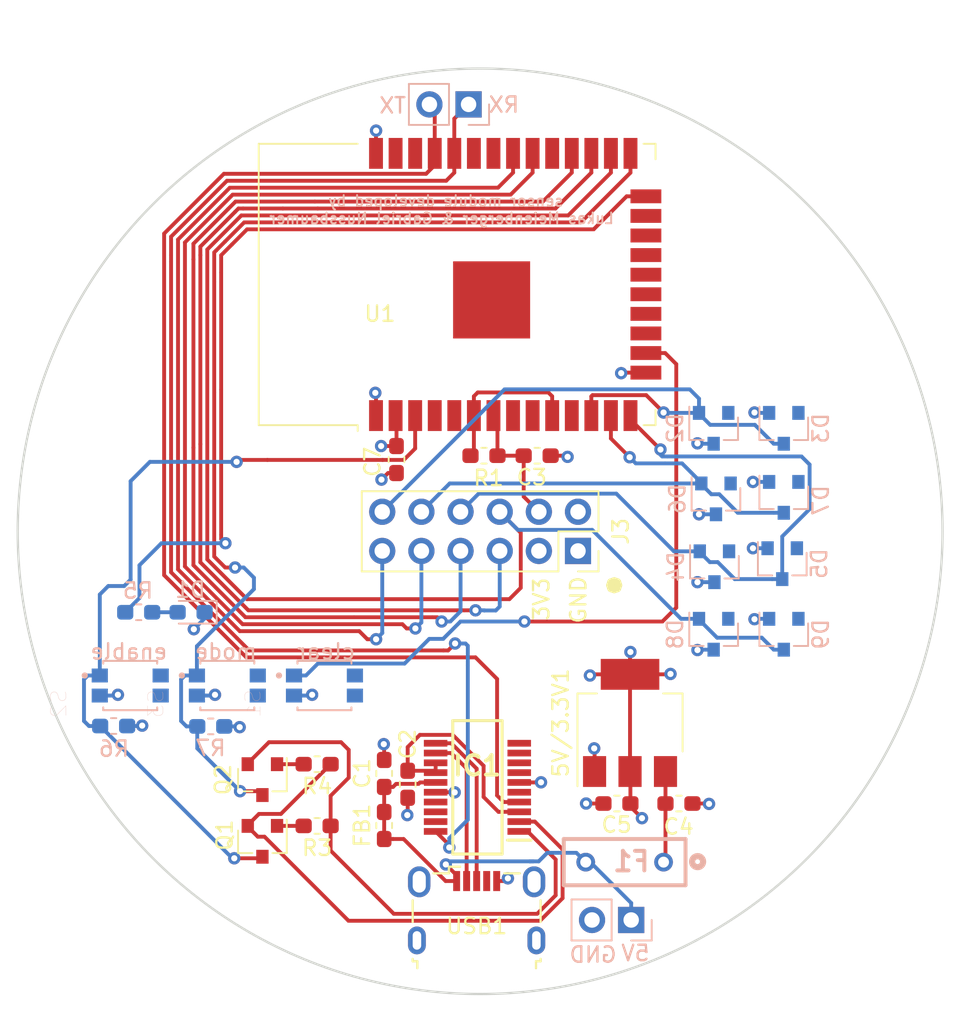
<source format=kicad_pcb>
(kicad_pcb (version 20171130) (host pcbnew "(5.1.4)-1")
  (title_block (title Sensorbaustein) (date 2019-10-19) (rev 1.7))
  (layers (0 F.Cu signal) (1 In1.Cu power hide) (2 In2.Cu power hide) (31 B.Cu signal) (34 B.Paste user) (35 F.Paste user) (36 B.SilkS user) (37 F.SilkS user) (38 B.Mask user) (39 F.Mask user) (44 Edge.Cuts user))
  (net 0 "")
  (net 1 +3V3)
  (net 2 VBUS)
  (net 3 D-)
  (net 4 D+)
  (net 5 GPIO_2)
  (net 6 RTS)
  (net 7 "Net-(Q1-Pad1)")
  (net 8 "Net-(Q2-Pad1)")
  (net 9 DTR)
  (net 10 "Net-(USB1-Pad4)")
  (net 11 LED1)
  (net 12 LED2)
  (net 13 touch1)
  (net 14 touch2)
  (net 15 touch3)
  (net 16 touch4)
  (net 17 LED4)
  (net 18 LED3)
  (net 19 /5V_2)
  (net 20 "Net-(D1-Pad2)")
  (net 21 "Net-(U1-Pad37)")
  (net 22 "Net-(U1-Pad36)")
  (net 23 "Net-(U1-Pad33)")
  (net 24 "Net-(U1-Pad32)")
  (net 25 "Net-(U1-Pad29)")
  (net 26 "Net-(U1-Pad22)")
  (net 27 "Net-(U1-Pad21)")
  (net 28 "Net-(U1-Pad20)")
  (net 29 "Net-(U1-Pad19)")
  (net 30 "Net-(U1-Pad18)")
  (net 31 "Net-(U1-Pad17)")
  (net 32 "Net-(U1-Pad11)")
  (net 33 "Net-(U1-Pad5)")
  (net 34 "Net-(U1-Pad4)")
  (net 35 GND)
  (net 36 FTDI_3.3)
  (net 37 "Net-(IC1-Pad19)")
  (net 38 "Net-(IC1-Pad18)")
  (net 39 "Net-(IC1-Pad17)")
  (net 40 "Net-(IC1-Pad10)")
  (net 41 "Net-(IC1-Pad9)")
  (net 42 "Net-(IC1-Pad8)")
  (net 43 "Net-(IC1-Pad7)")
  (net 44 "Net-(IC1-Pad5)")
  (net 45 ntcf)
  (net 46 "Net-(U1-Pad9)")
  (net 47 "Net-(U1-Pad8)")
  (net 48 RX)
  (net 49 TX)
  (net 50 enable)
  (net 51 mode)
  (net 52 "Net-(S1-Pad4)")
  (net 53 "Net-(S1-Pad2)")
  (net 54 clear)
  (net 55 "Net-(S2-Pad2)")
  (net 56 "Net-(S2-Pad4)")
  (net 57 "Net-(S3-Pad4)")
  (net 58 "Net-(S3-Pad2)")
  (net 59 ntc_ref)
  (net 60 "Net-(U1-Pad23)")
  (module FT231XS-U:SOP64P599X175-20N (layer F.Cu) (at 139.825 121.6 180)
    (fp_text reference IC1 (at 0.025 1.4) (layer F.SilkS) (effects (font (size 1.27 1.27) (thickness 0.254))))
    (fp_text value FT231XS-U hide)
    (pad 20 smd rect (at 2.712 -2.858 270) (size 0.435 1.526) (layers F.Cu F.Paste F.Mask) (net 48 RX))
    (pad 19 smd rect (at 2.712 -2.222 270) (size 0.435 1.526) (layers F.Cu F.Paste F.Mask) (net 37 "Net-(IC1-Pad19)"))
    (pad 18 smd rect (at 2.712 -1.588 270) (size 0.435 1.526) (layers F.Cu F.Paste F.Mask) (net 38 "Net-(IC1-Pad18)"))
    (pad 17 smd rect (at 2.712 -0.952 270) (size 0.435 1.526) (layers F.Cu F.Paste F.Mask) (net 39 "Net-(IC1-Pad17)"))
    (pad 16 smd rect (at 2.712 -0.318 270) (size 0.435 1.526) (layers F.Cu F.Paste F.Mask) (net 35 GND))
    (pad 15 smd rect (at 2.712 0.318 270) (size 0.435 1.526) (layers F.Cu F.Paste F.Mask) (net 2 VBUS))
    (pad 14 smd rect (at 2.712 0.952 270) (size 0.435 1.526) (layers F.Cu F.Paste F.Mask) (net 36 FTDI_3.3))
    (pad 13 smd rect (at 2.712 1.588 270) (size 0.435 1.526) (layers F.Cu F.Paste F.Mask) (net 36 FTDI_3.3))
    (pad 12 smd rect (at 2.712 2.222 270) (size 0.435 1.526) (layers F.Cu F.Paste F.Mask) (net 3 D-))
    (pad 11 smd rect (at 2.712 2.858 270) (size 0.435 1.526) (layers F.Cu F.Paste F.Mask) (net 4 D+))
    (pad 10 smd rect (at -2.712 2.858 270) (size 0.435 1.526) (layers F.Cu F.Paste F.Mask) (net 40 "Net-(IC1-Pad10)"))
    (pad 9 smd rect (at -2.712 2.222 270) (size 0.435 1.526) (layers F.Cu F.Paste F.Mask) (net 41 "Net-(IC1-Pad9)"))
    (pad 8 smd rect (at -2.712 1.588 270) (size 0.435 1.526) (layers F.Cu F.Paste F.Mask) (net 42 "Net-(IC1-Pad8)"))
    (pad 7 smd rect (at -2.712 0.952 270) (size 0.435 1.526) (layers F.Cu F.Paste F.Mask) (net 43 "Net-(IC1-Pad7)"))
    (pad 6 smd rect (at -2.712 0.318 270) (size 0.435 1.526) (layers F.Cu F.Paste F.Mask) (net 35 GND))
    (pad 5 smd rect (at -2.712 -0.318 270) (size 0.435 1.526) (layers F.Cu F.Paste F.Mask) (net 44 "Net-(IC1-Pad5)"))
    (pad 4 smd rect (at -2.712 -0.952 270) (size 0.435 1.526) (layers F.Cu F.Paste F.Mask) (net 49 TX))
    (pad 3 smd rect (at -2.712 -1.588 270) (size 0.435 1.526) (layers F.Cu F.Paste F.Mask) (net 36 FTDI_3.3))
    (pad 2 smd rect (at -2.712 -2.222 270) (size 0.435 1.526) (layers F.Cu F.Paste F.Mask) (net 6 RTS))
    (pad 1 smd rect (at -2.712 -2.858 270) (size 0.435 1.526) (layers F.Cu F.Paste F.Mask) (net 9 DTR))
  )
  (module LED_SMD:LED_0603_1608Metric_Pad1.05x0.95mm_HandSolder (layer B.Cu) (at 121.25 110.25 180)
    (fp_text reference D1 (at 0.05 1.45) (layer B.SilkS) (effects (justify mirror)))
    (fp_text value 150060BS55040)
    (pad 1 smd roundrect (at -0.875 0 180) (size 1.05 0.95) (layers B.Cu B.Paste B.Mask) (net 35 GND))
    (pad 2 smd roundrect (at 0.875 0 180) (size 1.05 0.95) (layers B.Cu B.Paste B.Mask) (net 20 "Net-(D1-Pad2)"))
  )
  (module Resistor_SMD:R_0603_1608Metric_Pad1.05x0.95mm_HandSolder (layer B.Cu) (at 117.85 110.25 180)
    (fp_text reference R5 (at 0.05 1.4) (layer B.SilkS) (effects (justify mirror)))
    (fp_text value 220)
    (pad 1 smd roundrect (at -0.875 0 180) (size 1.05 0.95) (layers B.Cu B.Paste B.Mask) (net 20 "Net-(D1-Pad2)"))
    (pad 2 smd roundrect (at 0.875 0 180) (size 1.05 0.95) (layers B.Cu B.Paste B.Mask) (net 5 GPIO_2))
  )
  (module Connector_USB:USB_Micro-B_Wuerth_629105150521 (layer F.Cu) (at 139.775 129.575)
    (fp_text reference USB1 (at 0 1.025 180) (layer F.SilkS))
    (fp_text value USB_B_Micro)
    (pad 1 smd rect (at -1.3 -1.9) (size 0.45 1.3) (layers F.Cu F.Paste F.Mask) (net 2 VBUS))
    (pad 2 smd rect (at -0.65 -1.9) (size 0.45 1.3) (layers F.Cu F.Paste F.Mask) (net 3 D-))
    (pad 3 smd rect (at 0 -1.9) (size 0.45 1.3) (layers F.Cu F.Paste F.Mask) (net 4 D+))
    (pad 4 smd rect (at 0.65 -1.9) (size 0.45 1.3) (layers F.Cu F.Paste F.Mask) (net 10 "Net-(USB1-Pad4)"))
    (pad 5 smd rect (at 1.3 -1.9) (size 0.45 1.3) (layers F.Cu F.Paste F.Mask) (net 35 GND))
    (pad 6 thru_hole oval (at -3.725 -1.85) (size 1.45 2) (drill oval 0.85 1.4) (layers *.Cu *.Mask) (net 35 GND))
    (pad 6 thru_hole oval (at 3.725 -1.85) (size 1.45 2) (drill oval 0.85 1.4) (layers *.Cu *.Mask) (net 35 GND))
    (pad 6 thru_hole oval (at -3.875 1.95) (size 1.15 1.8) (drill oval 0.55 1.2) (layers *.Cu *.Mask) (net 35 GND))
    (pad 6 thru_hole oval (at 3.875 1.95) (size 1.15 1.8) (drill oval 0.55 1.2) (layers *.Cu *.Mask) (net 35 GND))
    (pad "" np_thru_hole oval (at -2.5 -0.8) (size 0.8 0.8) (drill 0.8) (layers *.Cu *.Mask))
    (pad "" np_thru_hole oval (at 2.5 -0.8) (size 0.8 0.8) (drill 0.8) (layers *.Cu *.Mask))
  )
  (module Resistor_SMD:R_0603_1608Metric_Pad1.05x0.95mm_HandSolder (layer F.Cu) (at 140.25 100.1)
    (fp_text reference R1 (at 0.3 1.45) (layer F.SilkS))
    (fp_text value 100k)
    (pad 1 smd roundrect (at -0.875 0) (size 1.05 0.95) (layers F.Cu F.Paste F.Mask) (net 59 ntc_ref))
    (pad 2 smd roundrect (at 0.875 0) (size 1.05 0.95) (layers F.Cu F.Paste F.Mask) (net 45 ntcf))
  )
  (module RF_Module:ESP32-WROOM-32 (layer F.Cu) (at 141.5 89 90)
    (fp_text reference U1 (at -1.9 -8) (layer F.SilkS))
    (fp_text value ESP32-WROOM-32)
    (pad 38 smd rect (at 8.5 -8.255 90) (size 2 0.9) (layers F.Cu F.Paste F.Mask) (net 35 GND))
    (pad 37 smd rect (at 8.5 -6.985 90) (size 2 0.9) (layers F.Cu F.Paste F.Mask) (net 21 "Net-(U1-Pad37)"))
    (pad 36 smd rect (at 8.5 -5.715 90) (size 2 0.9) (layers F.Cu F.Paste F.Mask) (net 22 "Net-(U1-Pad36)"))
    (pad 35 smd rect (at 8.5 -4.445 90) (size 2 0.9) (layers F.Cu F.Paste F.Mask) (net 49 TX))
    (pad 34 smd rect (at 8.5 -3.175 90) (size 2 0.9) (layers F.Cu F.Paste F.Mask) (net 48 RX))
    (pad 33 smd rect (at 8.5 -1.905 90) (size 2 0.9) (layers F.Cu F.Paste F.Mask) (net 23 "Net-(U1-Pad33)"))
    (pad 32 smd rect (at 8.5 -0.635 90) (size 2 0.9) (layers F.Cu F.Paste F.Mask) (net 24 "Net-(U1-Pad32)"))
    (pad 31 smd rect (at 8.5 0.635 90) (size 2 0.9) (layers F.Cu F.Paste F.Mask) (net 17 LED4))
    (pad 30 smd rect (at 8.5 1.905 90) (size 2 0.9) (layers F.Cu F.Paste F.Mask) (net 18 LED3))
    (pad 29 smd rect (at 8.5 3.175 90) (size 2 0.9) (layers F.Cu F.Paste F.Mask) (net 25 "Net-(U1-Pad29)"))
    (pad 28 smd rect (at 8.5 4.445 90) (size 2 0.9) (layers F.Cu F.Paste F.Mask) (net 12 LED2))
    (pad 27 smd rect (at 8.5 5.715 90) (size 2 0.9) (layers F.Cu F.Paste F.Mask) (net 11 LED1))
    (pad 26 smd rect (at 8.5 6.985 90) (size 2 0.9) (layers F.Cu F.Paste F.Mask) (net 13 touch1))
    (pad 25 smd rect (at 8.5 8.255 90) (size 2 0.9) (layers F.Cu F.Paste F.Mask) (net 51 mode))
    (pad 24 smd rect (at 5.715 9.255 180) (size 2 0.9) (layers F.Cu F.Paste F.Mask) (net 5 GPIO_2))
    (pad 23 smd rect (at 4.445 9.255 180) (size 2 0.9) (layers F.Cu F.Paste F.Mask) (net 60 "Net-(U1-Pad23)"))
    (pad 22 smd rect (at 3.175 9.255 180) (size 2 0.9) (layers F.Cu F.Paste F.Mask) (net 26 "Net-(U1-Pad22)"))
    (pad 21 smd rect (at 1.905 9.255 180) (size 2 0.9) (layers F.Cu F.Paste F.Mask) (net 27 "Net-(U1-Pad21)"))
    (pad 20 smd rect (at 0.635 9.255 180) (size 2 0.9) (layers F.Cu F.Paste F.Mask) (net 28 "Net-(U1-Pad20)"))
    (pad 19 smd rect (at -0.635 9.255 180) (size 2 0.9) (layers F.Cu F.Paste F.Mask) (net 29 "Net-(U1-Pad19)"))
    (pad 18 smd rect (at -1.905 9.255 180) (size 2 0.9) (layers F.Cu F.Paste F.Mask) (net 30 "Net-(U1-Pad18)"))
    (pad 17 smd rect (at -3.175 9.255 180) (size 2 0.9) (layers F.Cu F.Paste F.Mask) (net 31 "Net-(U1-Pad17)"))
    (pad 16 smd rect (at -4.445 9.255 180) (size 2 0.9) (layers F.Cu F.Paste F.Mask) (net 54 clear))
    (pad 15 smd rect (at -5.715 9.255 180) (size 2 0.9) (layers F.Cu F.Paste F.Mask) (net 35 GND))
    (pad 14 smd rect (at -8.5 8.255 90) (size 2 0.9) (layers F.Cu F.Paste F.Mask) (net 14 touch2))
    (pad 13 smd rect (at -8.5 6.985 90) (size 2 0.9) (layers F.Cu F.Paste F.Mask) (net 15 touch3))
    (pad 12 smd rect (at -8.5 5.715 90) (size 2 0.9) (layers F.Cu F.Paste F.Mask) (net 16 touch4))
    (pad 11 smd rect (at -8.5 4.445 90) (size 2 0.9) (layers F.Cu F.Paste F.Mask) (net 32 "Net-(U1-Pad11)"))
    (pad 10 smd rect (at -8.5 3.175 90) (size 2 0.9) (layers F.Cu F.Paste F.Mask) (net 59 ntc_ref))
    (pad 9 smd rect (at -8.5 1.905 90) (size 2 0.9) (layers F.Cu F.Paste F.Mask) (net 46 "Net-(U1-Pad9)"))
    (pad 8 smd rect (at -8.5 0.635 90) (size 2 0.9) (layers F.Cu F.Paste F.Mask) (net 47 "Net-(U1-Pad8)"))
    (pad 7 smd rect (at -8.5 -0.635 90) (size 2 0.9) (layers F.Cu F.Paste F.Mask) (net 45 ntcf))
    (pad 6 smd rect (at -8.5 -1.905 90) (size 2 0.9) (layers F.Cu F.Paste F.Mask) (net 59 ntc_ref))
    (pad 5 smd rect (at -8.5 -3.175 90) (size 2 0.9) (layers F.Cu F.Paste F.Mask) (net 33 "Net-(U1-Pad5)"))
    (pad 4 smd rect (at -8.5 -4.445 90) (size 2 0.9) (layers F.Cu F.Paste F.Mask) (net 34 "Net-(U1-Pad4)"))
    (pad 3 smd rect (at -8.5 -5.715 90) (size 2 0.9) (layers F.Cu F.Paste F.Mask) (net 50 enable))
    (pad 2 smd rect (at -8.5 -6.985 90) (size 2 0.9) (layers F.Cu F.Paste F.Mask) (net 1 +3V3))
    (pad 1 smd rect (at -8.5 -8.255 90) (size 2 0.9) (layers F.Cu F.Paste F.Mask) (net 35 GND))
    (pad 39 smd rect (at -1 -0.755 90) (size 5 5) (layers F.Cu F.Paste F.Mask))
  )
  (module Package_TO_SOT_SMD:SOT-23 (layer F.Cu) (at 125.875 125.1 270)
    (fp_text reference Q1 (at -0.4 2.45 90) (layer F.SilkS))
    (fp_text value MMBT2222ALT1G)
    (pad 1 smd rect (at -1 -0.95 270) (size 0.9 0.8) (layers F.Cu F.Paste F.Mask) (net 7 "Net-(Q1-Pad1)"))
    (pad 2 smd rect (at -1 0.95 270) (size 0.9 0.8) (layers F.Cu F.Paste F.Mask) (net 6 RTS))
    (pad 3 smd rect (at 1 0 270) (size 0.9 0.8) (layers F.Cu F.Paste F.Mask) (net 50 enable))
  )
  (module Package_TO_SOT_SMD:SOT-23 (layer F.Cu) (at 125.875 121.1 270)
    (fp_text reference Q2 (at 0 2.55 90) (layer F.SilkS))
    (fp_text value MMBT2222ALT1G)
    (pad 1 smd rect (at -1 -0.95 270) (size 0.9 0.8) (layers F.Cu F.Paste F.Mask) (net 8 "Net-(Q2-Pad1)"))
    (pad 2 smd rect (at -1 0.95 270) (size 0.9 0.8) (layers F.Cu F.Paste F.Mask) (net 9 DTR))
    (pad 3 smd rect (at 1 0 270) (size 0.9 0.8) (layers F.Cu F.Paste F.Mask) (net 51 mode))
  )
  (module Resistor_SMD:R_0603_1608Metric_Pad1.05x0.95mm_HandSolder (layer F.Cu) (at 129.425 124.1 180)
    (fp_text reference R3 (at 0 -1.43) (layer F.SilkS))
    (fp_text value 10k)
    (pad 1 smd roundrect (at -0.875 0 180) (size 1.05 0.95) (layers F.Cu F.Paste F.Mask) (net 9 DTR))
    (pad 2 smd roundrect (at 0.875 0 180) (size 1.05 0.95) (layers F.Cu F.Paste F.Mask) (net 7 "Net-(Q1-Pad1)"))
  )
  (module Resistor_SMD:R_0603_1608Metric_Pad1.05x0.95mm_HandSolder (layer F.Cu) (at 129.425 120.1 180)
    (fp_text reference R4 (at 0 -1.43) (layer F.SilkS))
    (fp_text value 10k)
    (pad 2 smd roundrect (at 0.875 0 180) (size 1.05 0.95) (layers F.Cu F.Paste F.Mask) (net 8 "Net-(Q2-Pad1)"))
    (pad 1 smd roundrect (at -0.875 0 180) (size 1.05 0.95) (layers F.Cu F.Paste F.Mask) (net 6 RTS))
  )
  (module Resistor_SMD:R_0603_1608Metric_Pad1.05x0.95mm_HandSolder (layer B.Cu) (at 116.225 117.625 180)
    (fp_text reference R6 (at -0.018019 -1.476372) (layer B.SilkS) (effects (justify mirror)))
    (fp_text value 10k)
    (pad 2 smd roundrect (at 0.875 0 180) (size 1.05 0.95) (layers B.Cu B.Paste B.Mask) (net 50 enable))
    (pad 1 smd roundrect (at -0.875 0 180) (size 1.05 0.95) (layers B.Cu B.Paste B.Mask) (net 1 +3V3))
  )
  (module Resistor_SMD:R_0603_1608Metric_Pad1.05x0.95mm_HandSolder (layer B.Cu) (at 122.525 117.65 180)
    (fp_text reference R7 (at 0.023026 -1.407142) (layer B.SilkS) (effects (justify mirror)))
    (fp_text value 10k)
    (pad 2 smd roundrect (at 0.875 0 180) (size 1.05 0.95) (layers B.Cu B.Paste B.Mask) (net 51 mode))
    (pad 1 smd roundrect (at -0.875 0 180) (size 1.05 0.95) (layers B.Cu B.Paste B.Mask) (net 1 +3V3))
  )
  (module Capacitor_SMD:C_0603_1608Metric_Pad1.05x0.95mm_HandSolder (layer F.Cu) (at 134.575 100.35 270)
    (fp_text reference C7 (at 0.141421 1.555635 90) (layer F.SilkS))
    (fp_text value 10uF)
    (pad 2 smd roundrect (at 0.875 0 270) (size 1.05 0.95) (layers F.Cu F.Paste F.Mask) (net 35 GND))
    (pad 1 smd roundrect (at -0.875 0 270) (size 1.05 0.95) (layers F.Cu F.Paste F.Mask) (net 1 +3V3))
  )
  (module Capacitor_SMD:C_0603_1608Metric_Pad1.05x0.95mm_HandSolder (layer F.Cu) (at 135.3 121.4 270)
    (fp_text reference C2 (at -2.6 0 90) (layer F.SilkS))
    (fp_text value 100nF)
    (pad 1 smd roundrect (at -0.875 0 270) (size 1.05 0.95) (layers F.Cu F.Paste F.Mask) (net 36 FTDI_3.3))
    (pad 2 smd roundrect (at 0.875 0 270) (size 1.05 0.95) (layers F.Cu F.Paste F.Mask) (net 35 GND))
  )
  (module Connector_PinHeader_2.54mm:PinHeader_1x02_P2.54mm_Vertical (layer B.Cu) (at 149.8 130.2 90)
    (fp_text reference J1 hide)
    (fp_text value Conn_01x02_Male)
    (pad 1 thru_hole rect (at 0 0 90) (size 1.7 1.7) (drill 1) (layers *.Cu *.Mask) (net 2 VBUS))
    (pad 2 thru_hole oval (at 0 -2.54 90) (size 1.7 1.7) (drill 1) (layers *.Cu *.Mask) (net 35 GND))
  )
  (module Capacitor_SMD:C_0603_1608Metric_Pad1.05x0.95mm_HandSolder (layer F.Cu) (at 152.9 122.65)
    (fp_text reference C4 (at -0.025 1.5) (layer F.SilkS))
    (fp_text value 10uF)
    (pad 2 smd roundrect (at 0.875 0) (size 1.05 0.95) (layers F.Cu F.Paste F.Mask) (net 35 GND))
    (pad 1 smd roundrect (at -0.875 0) (size 1.05 0.95) (layers F.Cu F.Paste F.Mask) (net 19 /5V_2))
  )
  (module Capacitor_SMD:C_0603_1608Metric_Pad1.05x0.95mm_HandSolder (layer F.Cu) (at 148.875 122.65 180)
    (fp_text reference C5 (at 0.025 -1.375) (layer F.SilkS))
    (fp_text value 10uF)
    (pad 1 smd roundrect (at -0.875 0 180) (size 1.05 0.95) (layers F.Cu F.Paste F.Mask) (net 1 +3V3))
    (pad 2 smd roundrect (at 0.875 0 180) (size 1.05 0.95) (layers F.Cu F.Paste F.Mask) (net 35 GND))
  )
  (module Package_TO_SOT_SMD:SOT-223-3_TabPin2 (layer F.Cu) (at 149.725 117.425 90)
    (fp_text reference 5V/3.3V1 (at 0 -4.5 90) (layer F.SilkS))
    (fp_text value AZ1117EH-3.3TRG1)
    (pad 2 smd rect (at 3.15 0 90) (size 2 3.8) (layers F.Cu F.Paste F.Mask) (net 1 +3V3))
    (pad 2 smd rect (at -3.15 0 90) (size 2 1.5) (layers F.Cu F.Paste F.Mask) (net 1 +3V3))
    (pad 3 smd rect (at -3.15 2.3 90) (size 2 1.5) (layers F.Cu F.Paste F.Mask) (net 19 /5V_2))
    (pad 1 smd rect (at -3.15 -2.3 90) (size 2 1.5) (layers F.Cu F.Paste F.Mask) (net 35 GND))
  )
  (module Capacitor_SMD:C_0603_1608Metric_Pad1.05x0.95mm_HandSolder (layer F.Cu) (at 143.7 100.1)
    (fp_text reference C3 (at -0.35 1.4) (layer F.SilkS))
    (fp_text value 1uF)
    (pad 1 smd roundrect (at -0.875 0) (size 1.05 0.95) (layers F.Cu F.Paste F.Mask) (net 45 ntcf))
    (pad 2 smd roundrect (at 0.875 0) (size 1.05 0.95) (layers F.Cu F.Paste F.Mask) (net 35 GND))
  )
  (module RXEF050:RXEF050 (layer B.Cu) (at 149.375 126.45 180)
    (fp_text reference F1 (at -0.43163 0.03882) (layer B.SilkS) (effects (font (size 1.27 1.27) (thickness 0.254)) (justify mirror)))
    (fp_text value RXEF065 hide)
    (pad 2 thru_hole circle (at 2.525 0 180) (size 1.21 1.21) (drill 0.71) (layers *.Cu *.Mask) (net 2 VBUS))
    (pad 1 thru_hole circle (at -2.525 0 180) (size 1.21 1.21) (drill 0.71) (layers *.Cu *.Mask) (net 19 /5V_2))
  )
  (module Connector_PinSocket_2.54mm:PinSocket_2x06_P2.54mm_Vertical (layer F.Cu) (at 146.35 106.275 270)
    (fp_text reference J3 (at -1.27 -2.77 90) (layer F.SilkS))
    (fp_text value Conn_02x06_Odd_Even)
    (pad 12 thru_hole oval (at -2.54 12.7 270) (size 1.7 1.7) (drill 1) (layers *.Cu *.Mask) (net 16 touch4))
    (pad 11 thru_hole oval (at 0 12.7 270) (size 1.7 1.7) (drill 1) (layers *.Cu *.Mask) (net 17 LED4))
    (pad 10 thru_hole oval (at -2.54 10.16 270) (size 1.7 1.7) (drill 1) (layers *.Cu *.Mask) (net 15 touch3))
    (pad 9 thru_hole oval (at 0 10.16 270) (size 1.7 1.7) (drill 1) (layers *.Cu *.Mask) (net 18 LED3))
    (pad 8 thru_hole oval (at -2.54 7.62 270) (size 1.7 1.7) (drill 1) (layers *.Cu *.Mask) (net 14 touch2))
    (pad 7 thru_hole oval (at 0 7.62 270) (size 1.7 1.7) (drill 1) (layers *.Cu *.Mask) (net 12 LED2))
    (pad 6 thru_hole oval (at -2.54 5.08 270) (size 1.7 1.7) (drill 1) (layers *.Cu *.Mask) (net 13 touch1))
    (pad 5 thru_hole oval (at 0 5.08 270) (size 1.7 1.7) (drill 1) (layers *.Cu *.Mask) (net 11 LED1))
    (pad 4 thru_hole oval (at -2.54 2.54 270) (size 1.7 1.7) (drill 1) (layers *.Cu *.Mask) (net 45 ntcf))
    (pad 3 thru_hole oval (at 0 2.54 270) (size 1.7 1.7) (drill 1) (layers *.Cu *.Mask) (net 1 +3V3))
    (pad 2 thru_hole oval (at -2.54 0 270) (size 1.7 1.7) (drill 1) (layers *.Cu *.Mask) (net 35 GND))
    (pad 1 thru_hole rect (at 0 0 270) (size 1.7 1.7) (drill 1) (layers *.Cu *.Mask) (net 35 GND))
  )
  (module MountingHole:MountingHole_3.2mm_M3_ISO14580 (layer F.Cu) (at 114 105)
    (fp_text reference H1 hide)
    (fp_text value MountingHole)
    (pad 1 np_thru_hole circle (at 0 0) (size 3.2 3.2) (drill 3.2) (layers *.Cu *.Mask))
  )
  (module MountingHole:MountingHole_3.2mm_M3_ISO14580 (layer F.Cu) (at 166 105)
    (fp_text reference H2 hide)
    (fp_text value MountingHole)
    (pad 1 np_thru_hole circle (at 0 0) (size 3.2 3.2) (drill 3.2) (layers *.Cu *.Mask))
  )
  (module Capacitor_SMD:C_0603_1608Metric_Pad1.05x0.95mm_HandSolder (layer F.Cu) (at 133.775 120.7 90)
    (fp_text reference C1 (at 0 -1.43 90) (layer F.SilkS))
    (fp_text value 10uF)
    (pad 1 smd roundrect (at -0.875 0 90) (size 1.05 0.95) (layers F.Cu F.Paste F.Mask) (net 2 VBUS))
    (pad 2 smd roundrect (at 0.875 0 90) (size 1.05 0.95) (layers F.Cu F.Paste F.Mask) (net 35 GND))
  )
  (module Resistor_SMD:R_0603_1608Metric_Pad1.05x0.95mm_HandSolder (layer F.Cu) (at 133.775 124.075 90)
    (fp_text reference FB1 (at 0 -1.43 90) (layer F.SilkS))
    (fp_text value Ferrite_Bead)
    (pad 1 smd roundrect (at -0.875 0 90) (size 1.05 0.95) (layers F.Cu F.Paste F.Mask) (net 2 VBUS))
    (pad 2 smd roundrect (at 0.875 0 90) (size 1.05 0.95) (layers F.Cu F.Paste F.Mask) (net 2 VBUS))
  )
  (module Connector_PinHeader_2.54mm:PinHeader_1x02_P2.54mm_Vertical (layer B.Cu) (at 139.25 77.325 90)
    (fp_text reference J2 hide)
    (fp_text value Conn_01x02_Male)
    (pad 1 thru_hole rect (at 0 0 90) (size 1.7 1.7) (drill 1) (layers *.Cu *.Mask) (net 48 RX))
    (pad 2 thru_hole oval (at 0 -2.54 90) (size 1.7 1.7) (drill 1) (layers *.Cu *.Mask) (net 49 TX))
  )
  (module Diode_SMD:D_SOT-23_ANK (layer B.Cu) (at 155.150001 98.325001 270)
    (fp_text reference D2 (at 0 2.5 270) (layer B.SilkS) (effects (justify mirror)))
    (fp_text value D_Schottky)
    (pad 2 smd rect (at -1 0.95 270) (size 0.9 0.8) (layers B.Cu B.Paste B.Mask) (net 16 touch4))
    (pad "" smd rect (at -1 -0.95 270) (size 0.9 0.8) (layers B.Cu B.Paste B.Mask))
    (pad 1 smd rect (at 1 0 270) (size 0.9 0.8) (layers B.Cu B.Paste B.Mask) (net 1 +3V3))
  )
  (module Diode_SMD:D_SOT-23_ANK (layer B.Cu) (at 159.700001 98.325001 270)
    (fp_text reference D3 (at 0 -2.399999 270) (layer B.SilkS) (effects (justify mirror)))
    (fp_text value D_Schottky)
    (pad 1 smd rect (at 1 0 270) (size 0.9 0.8) (layers B.Cu B.Paste B.Mask) (net 16 touch4))
    (pad "" smd rect (at -1 -0.95 270) (size 0.9 0.8) (layers B.Cu B.Paste B.Mask))
    (pad 2 smd rect (at -1 0.95 270) (size 0.9 0.8) (layers B.Cu B.Paste B.Mask) (net 35 GND))
  )
  (module Diode_SMD:D_SOT-23_ANK (layer B.Cu) (at 155.2 107.3 270)
    (fp_text reference D4 (at 0 2.5 270) (layer B.SilkS) (effects (justify mirror)))
    (fp_text value D_Schottky)
    (pad 2 smd rect (at -1 0.95 270) (size 0.9 0.8) (layers B.Cu B.Paste B.Mask) (net 14 touch2))
    (pad "" smd rect (at -1 -0.95 270) (size 0.9 0.8) (layers B.Cu B.Paste B.Mask))
    (pad 1 smd rect (at 1 0 270) (size 0.9 0.8) (layers B.Cu B.Paste B.Mask) (net 1 +3V3))
  )
  (module Diode_SMD:D_SOT-23_ANK (layer B.Cu) (at 159.6 107.1 270)
    (fp_text reference D5 (at 0 -2.4 270) (layer B.SilkS) (effects (justify mirror)))
    (fp_text value D_Schottky)
    (pad 1 smd rect (at 1 0 270) (size 0.9 0.8) (layers B.Cu B.Paste B.Mask) (net 14 touch2))
    (pad "" smd rect (at -1 -0.95 270) (size 0.9 0.8) (layers B.Cu B.Paste B.Mask))
    (pad 2 smd rect (at -1 0.95 270) (size 0.9 0.8) (layers B.Cu B.Paste B.Mask) (net 35 GND))
  )
  (module Diode_SMD:D_SOT-23_ANK (layer B.Cu) (at 155.3 102.9 270)
    (fp_text reference D6 (at 0 2.5 270) (layer B.SilkS) (effects (justify mirror)))
    (fp_text value D_Schottky)
    (pad 2 smd rect (at -1 0.95 270) (size 0.9 0.8) (layers B.Cu B.Paste B.Mask) (net 15 touch3))
    (pad "" smd rect (at -1 -0.95 270) (size 0.9 0.8) (layers B.Cu B.Paste B.Mask))
    (pad 1 smd rect (at 1 0 270) (size 0.9 0.8) (layers B.Cu B.Paste B.Mask) (net 1 +3V3))
  )
  (module Diode_SMD:D_SOT-23_ANK (layer B.Cu) (at 159.700001 102.8 270)
    (fp_text reference D7 (at 0.2 -2.399999 270) (layer B.SilkS) (effects (justify mirror)))
    (fp_text value D_Schottky)
    (pad 1 smd rect (at 1 0 270) (size 0.9 0.8) (layers B.Cu B.Paste B.Mask) (net 15 touch3))
    (pad "" smd rect (at -1 -0.95 270) (size 0.9 0.8) (layers B.Cu B.Paste B.Mask))
    (pad 2 smd rect (at -1 0.95 270) (size 0.9 0.8) (layers B.Cu B.Paste B.Mask) (net 35 GND))
  )
  (module Diode_SMD:D_SOT-23_ANK (layer B.Cu) (at 155.150001 111.675001 270)
    (fp_text reference D8 (at 0 2.5 270) (layer B.SilkS) (effects (justify mirror)))
    (fp_text value D_Schottky)
    (pad 2 smd rect (at -1 0.95 270) (size 0.9 0.8) (layers B.Cu B.Paste B.Mask) (net 13 touch1))
    (pad "" smd rect (at -1 -0.95 270) (size 0.9 0.8) (layers B.Cu B.Paste B.Mask))
    (pad 1 smd rect (at 1 0 270) (size 0.9 0.8) (layers B.Cu B.Paste B.Mask) (net 1 +3V3))
  )
  (module Diode_SMD:D_SOT-23_ANK (layer B.Cu) (at 159.700001 111.675001 270)
    (fp_text reference D9 (at 0 -2.399999 270) (layer B.SilkS) (effects (justify mirror)))
    (fp_text value D_Schottky)
    (pad 1 smd rect (at 1 0 270) (size 0.9 0.8) (layers B.Cu B.Paste B.Mask) (net 13 touch1))
    (pad "" smd rect (at -1 -0.95 270) (size 0.9 0.8) (layers B.Cu B.Paste B.Mask))
    (pad 2 smd rect (at -1 0.95 270) (size 0.9 0.8) (layers B.Cu B.Paste B.Mask) (net 35 GND))
  )
  (module SW_SKTHAHE010 (layer B.Cu) (at 129.9 115 270)
    (fp_text reference S1 (at 1.175 4.635 270) (layer B.SilkS) (effects (font (thickness 0.015)) (justify mirror)))
    (fp_text value SKTHAHE010)
    (pad 4 smd rect (at 0.65 -1.975 270) (size 0.9 1.05) (layers B.Cu B.Paste B.Mask) (net 52 "Net-(S1-Pad4)"))
    (pad 3 smd rect (at 0.65 1.975 270) (size 0.9 1.05) (layers B.Cu B.Paste B.Mask) (net 35 GND))
    (pad 2 smd rect (at -0.65 -1.975 270) (size 0.9 1.05) (layers B.Cu B.Paste B.Mask) (net 53 "Net-(S1-Pad2)"))
    (pad 1 smd rect (at -0.65 1.975 270) (size 0.9 1.05) (layers B.Cu B.Paste B.Mask) (net 54 clear))
  )
  (module SW_SKTHAHE010 (layer B.Cu) (at 117.3 115 270)
    (fp_text reference S2 (at 1.175 4.635 270) (layer B.SilkS) (effects (font (thickness 0.015)) (justify mirror)))
    (fp_text value SKTHAHE010)
    (pad 1 smd rect (at -0.65 1.975 270) (size 0.9 1.05) (layers B.Cu B.Paste B.Mask) (net 50 enable))
    (pad 2 smd rect (at -0.65 -1.975 270) (size 0.9 1.05) (layers B.Cu B.Paste B.Mask) (net 55 "Net-(S2-Pad2)"))
    (pad 3 smd rect (at 0.65 1.975 270) (size 0.9 1.05) (layers B.Cu B.Paste B.Mask) (net 35 GND))
    (pad 4 smd rect (at 0.65 -1.975 270) (size 0.9 1.05) (layers B.Cu B.Paste B.Mask) (net 56 "Net-(S2-Pad4)"))
  )
  (module SW_SKTHAHE010 (layer B.Cu) (at 123.6 115 270)
    (fp_text reference S3 (at 1.175 4.635 270) (layer B.SilkS) (effects (font (thickness 0.015)) (justify mirror)))
    (fp_text value SKTHAHE010)
    (pad 4 smd rect (at 0.65 -1.975 270) (size 0.9 1.05) (layers B.Cu B.Paste B.Mask) (net 57 "Net-(S3-Pad4)"))
    (pad 3 smd rect (at 0.65 1.975 270) (size 0.9 1.05) (layers B.Cu B.Paste B.Mask) (net 35 GND))
    (pad 2 smd rect (at -0.65 -1.975 270) (size 0.9 1.05) (layers B.Cu B.Paste B.Mask) (net 58 "Net-(S3-Pad2)"))
    (pad 1 smd rect (at -0.65 1.975 270) (size 0.9 1.05) (layers B.Cu B.Paste B.Mask) (net 51 mode))
  )
  (gr_text TX (at 134.325 77.4) (layer B.SilkS) (effects (font (size 1 1)) (justify mirror)))
  (gr_text RX (at 141.55 77.35) (layer B.SilkS) (effects (font (size 1 1)) (justify mirror)))
  (gr_text clear (at 130 112.8) (layer B.SilkS) (effects (font (size 1 1)) (justify mirror)))
  (gr_text "sensor module developed by \nLukas Meienberger & Gabriel Nussbaumer" (at 137.5 84.15) (layer B.SilkS) (effects (font (size 0.7 0.7) (thickness 0.125)) (justify mirror)))
  (gr_text mode (at 123.5 112.8) (layer B.SilkS) (effects (font (size 1 1)) (justify mirror)))
  (gr_text enable (at 117.2 112.8) (layer B.SilkS) (effects (font (size 1 1)) (justify mirror)))
  (gr_text ° (at 149.275 109.075 45) (layer F.SilkS) (effects (font (size 2 2) (thickness 0.5))))
  (gr_text 3V3 (at 143.975 109.4 90) (layer F.SilkS) (effects (font (size 1 1))))
  (gr_text GND (at 146.375 109.45 90) (layer F.SilkS) (effects (font (size 1 1))))
  (gr_text GND (at 147.325 132.45) (layer B.SilkS) (effects (font (size 1 1)) (justify mirror)))
  (gr_text 5V (at 150.075 132.35) (layer B.SilkS) (effects (font (size 1 1)) (justify mirror)))
  (gr_circle (center 140 105) (end 170 105) (layer Edge.Cuts) (width 0.15))
  (segment (start 134.575 97.56) (end 134.515 97.5) (width 0.25) (layer F.Cu) (net 1))
  (segment (start 134.575 99.475) (end 134.575 97.56) (width 0.25) (layer F.Cu) (net 1))
  (segment (start 149.75 120.6) (end 149.725 120.575) (width 0.25) (layer F.Cu) (net 1))
  (segment (start 149.75 122.65) (end 149.75 120.6) (width 0.25) (layer F.Cu) (net 1))
  (via (at 118.075 117.6) (size 0.8) (drill 0.4) (layers F.Cu B.Cu) (net 1))
  (segment (start 117.1 117.625) (end 118.05 117.625) (width 0.25) (layer B.Cu) (net 1))
  (segment (start 118.05 117.625) (end 118.075 117.6) (width 0.25) (layer B.Cu) (net 1))
  (via (at 124.4 117.7) (size 0.8) (drill 0.4) (layers F.Cu B.Cu) (net 1))
  (segment (start 123.4 117.65) (end 124.35 117.65) (width 0.25) (layer B.Cu) (net 1))
  (segment (start 124.35 117.65) (end 124.4 117.7) (width 0.25) (layer B.Cu) (net 1))
  (segment (start 134.575 99.475) (end 134.325 99.475) (width 0.25) (layer F.Cu) (net 1))
  (via (at 133.575 99.475) (size 0.8) (drill 0.4) (layers F.Cu B.Cu) (net 1))
  (segment (start 134.575 99.475) (end 133.575 99.475) (width 0.25) (layer F.Cu) (net 1))
  (via (at 149.75 112.825) (size 0.8) (drill 0.4) (layers F.Cu B.Cu) (net 1))
  (segment (start 149.725 114.275) (end 149.725 112.85) (width 0.25) (layer F.Cu) (net 1))
  (segment (start 149.725 112.85) (end 149.75 112.825) (width 0.25) (layer F.Cu) (net 1))
  (via (at 152.35 114.25) (size 0.8) (drill 0.4) (layers F.Cu B.Cu) (net 1))
  (segment (start 149.725 114.275) (end 152.325 114.275) (width 0.25) (layer F.Cu) (net 1))
  (segment (start 152.325 114.275) (end 152.35 114.25) (width 0.25) (layer F.Cu) (net 1))
  (via (at 147.125 114.35) (size 0.8) (drill 0.4) (layers F.Cu B.Cu) (net 1))
  (segment (start 149.725 114.275) (end 147.2 114.275) (width 0.25) (layer F.Cu) (net 1))
  (segment (start 147.2 114.275) (end 147.125 114.35) (width 0.25) (layer F.Cu) (net 1))
  (segment (start 149.725 120.575) (end 149.725 114.275) (width 0.25) (layer F.Cu) (net 1))
  (via (at 154.1 108.3) (size 0.8) (drill 0.4) (layers F.Cu B.Cu) (net 1))
  (segment (start 155.2 108.3) (end 154.1 108.3) (width 0.25) (layer B.Cu) (net 1))
  (via (at 154.2 103.9) (size 0.8) (drill 0.4) (layers F.Cu B.Cu) (net 1))
  (segment (start 155.3 103.9) (end 154.2 103.9) (width 0.25) (layer B.Cu) (net 1))
  (via (at 154.1 99.3) (size 0.8) (drill 0.4) (layers F.Cu B.Cu) (net 1))
  (segment (start 155.150001 99.325001) (end 154.125001 99.325001) (width 0.25) (layer B.Cu) (net 1))
  (segment (start 154.125001 99.325001) (end 154.1 99.3) (width 0.25) (layer B.Cu) (net 1))
  (via (at 154.1 112.7) (size 0.8) (drill 0.4) (layers F.Cu B.Cu) (net 1))
  (segment (start 155.150001 112.675001) (end 154.124999 112.675001) (width 0.25) (layer B.Cu) (net 1))
  (segment (start 154.124999 112.675001) (end 154.1 112.7) (width 0.25) (layer B.Cu) (net 1))
  (via (at 150.5 123.6) (size 0.8) (drill 0.4) (layers F.Cu B.Cu) (net 1))
  (segment (start 149.75 122.65) (end 149.75 122.85) (width 0.25) (layer F.Cu) (net 1))
  (segment (start 149.75 122.85) (end 150.5 123.6) (width 0.25) (layer F.Cu) (net 1))
  (segment (start 134.35 124.95) (end 133.775 124.95) (width 0.25) (layer F.Cu) (net 2))
  (segment (start 135.034938 124.95) (end 134.35 124.95) (width 0.25) (layer F.Cu) (net 2))
  (segment (start 137.759938 127.675) (end 135.034938 124.95) (width 0.25) (layer F.Cu) (net 2))
  (segment (start 138.475 127.675) (end 137.759938 127.675) (width 0.25) (layer F.Cu) (net 2))
  (segment (start 133.775 124.95) (end 133.775 123.2) (width 0.25) (layer F.Cu) (net 2))
  (segment (start 133.775 123.2) (end 133.775 121.575) (width 0.25) (layer F.Cu) (net 2))
  (segment (start 136.1 121.282) (end 137.113 121.282) (width 0.25) (layer F.Cu) (net 2))
  (segment (start 136.00699 121.37501) (end 136.1 121.282) (width 0.25) (layer F.Cu) (net 2))
  (segment (start 134.54999 121.37501) (end 136.00699 121.37501) (width 0.25) (layer F.Cu) (net 2))
  (segment (start 134.35 121.575) (end 134.54999 121.37501) (width 0.25) (layer F.Cu) (net 2))
  (segment (start 133.775 121.575) (end 134.35 121.575) (width 0.25) (layer F.Cu) (net 2))
  (via (at 137.775 126.6) (size 0.8) (drill 0.4) (layers F.Cu B.Cu) (net 2))
  (segment (start 138.475 127.675) (end 138.475 127.3) (width 0.25) (layer F.Cu) (net 2))
  (segment (start 138.475 127.3) (end 137.775 126.6) (width 0.25) (layer F.Cu) (net 2))
  (segment (start 137.925 126.45) (end 137.97501 126.39999) (width 0.25) (layer B.Cu) (net 2))
  (segment (start 137.775 126.6) (end 137.925 126.45) (width 0.25) (layer B.Cu) (net 2))
  (segment (start 146.245001 125.845001) (end 144.354999 125.845001) (width 0.25) (layer B.Cu) (net 2))
  (segment (start 146.85 126.45) (end 146.245001 125.845001) (width 0.25) (layer B.Cu) (net 2))
  (segment (start 143.80001 126.39999) (end 143.22499 126.39999) (width 0.25) (layer B.Cu) (net 2))
  (segment (start 144.354999 125.845001) (end 143.80001 126.39999) (width 0.25) (layer B.Cu) (net 2))
  (segment (start 137.97501 126.39999) (end 143.22499 126.39999) (width 0.25) (layer B.Cu) (net 2))
  (segment (start 143.22499 126.39999) (end 143.45001 126.39999) (width 0.25) (layer B.Cu) (net 2))
  (segment (start 147.15 126.45) (end 146.85 126.45) (width 0.25) (layer B.Cu) (net 2))
  (segment (start 149.8 129.1) (end 147.15 126.45) (width 0.25) (layer B.Cu) (net 2))
  (segment (start 149.8 130.2) (end 149.8 129.1) (width 0.25) (layer B.Cu) (net 2))
  (segment (start 139.125 120.377) (end 139.125 127.675) (width 0.25) (layer F.Cu) (net 3))
  (segment (start 137.113 119.378) (end 138.126 119.378) (width 0.25) (layer F.Cu) (net 3))
  (segment (start 138.126 119.378) (end 139.125 120.377) (width 0.25) (layer F.Cu) (net 3))
  (segment (start 139.775 126.775) (end 139.775 127.675) (width 0.25) (layer F.Cu) (net 4))
  (segment (start 139.775 120.39059) (end 139.775 126.775) (width 0.25) (layer F.Cu) (net 4))
  (segment (start 138.12641 118.742) (end 139.775 120.39059) (width 0.25) (layer F.Cu) (net 4))
  (segment (start 137.113 118.742) (end 138.12641 118.742) (width 0.25) (layer F.Cu) (net 4))
  (segment (start 150.755 83.285) (end 149.505 83.285) (width 0.25) (layer F.Cu) (net 5))
  (segment (start 149.505 83.285) (end 147.814929 84.975071) (width 0.25) (layer F.Cu) (net 5))
  (segment (start 147.364919 85.425081) (end 146.082739 85.425081) (width 0.25) (layer F.Cu) (net 5))
  (segment (start 147.814929 84.975071) (end 147.364919 85.425081) (width 0.25) (layer F.Cu) (net 5))
  (segment (start 146.082739 85.425081) (end 144.525 85.425081) (width 0.25) (layer F.Cu) (net 5))
  (segment (start 144.525 85.425081) (end 126.774919 85.425081) (width 0.25) (layer F.Cu) (net 5))
  (segment (start 126.774919 85.425081) (end 124.879789 85.425081) (width 0.25) (layer F.Cu) (net 5))
  (segment (start 124.879789 85.425081) (end 123.896739 86.408131) (width 0.25) (layer F.Cu) (net 5))
  (segment (start 123.896739 86.408131) (end 123.20004 87.10483) (width 0.25) (layer F.Cu) (net 5))
  (segment (start 123.20004 87.10483) (end 123.20004 88.225) (width 0.25) (layer F.Cu) (net 5))
  (segment (start 123.20004 88.225) (end 123.20004 95.8136) (width 0.25) (layer F.Cu) (net 5))
  (segment (start 123.20004 95.8136) (end 123.20004 105.225) (width 0.25) (layer F.Cu) (net 5))
  (segment (start 123.20004 105.225) (end 123.20004 105.50001) (width 0.25) (layer F.Cu) (net 5))
  (segment (start 123.20004 105.50001) (end 123.47503 105.775) (width 0.25) (layer F.Cu) (net 5))
  (via (at 123.47503 105.775) (size 0.8) (drill 0.4) (layers F.Cu B.Cu) (net 5))
  (segment (start 119.325 105.775) (end 123.47503 105.775) (width 0.25) (layer B.Cu) (net 5))
  (segment (start 117.9 107.2) (end 119.325 105.775) (width 0.25) (layer B.Cu) (net 5))
  (segment (start 117.9 109.325) (end 117.9 107.2) (width 0.25) (layer B.Cu) (net 5))
  (segment (start 116.975 110.25) (end 117.9 109.325) (width 0.25) (layer B.Cu) (net 5))
  (via (at 124.05 126.2) (size 0.8) (drill 0.4) (layers F.Cu B.Cu) (net 50))
  (segment (start 115.35 117.625) (end 123.925 126.2) (width 0.25) (layer B.Cu) (net 50))
  (segment (start 123.925 126.2) (end 124.05 126.2) (width 0.25) (layer B.Cu) (net 50))
  (segment (start 125.775 126.2) (end 125.875 126.1) (width 0.25) (layer F.Cu) (net 50))
  (segment (start 124.05 126.2) (end 125.775 126.2) (width 0.25) (layer F.Cu) (net 50))
  (segment (start 135.785 97.5) (end 135.785 99.58551) (width 0.25) (layer F.Cu) (net 50))
  (segment (start 135.0455 100.37499) (end 133.67501 100.37499) (width 0.25) (layer F.Cu) (net 50))
  (segment (start 135.785 99.58551) (end 135.785 99.63549) (width 0.25) (layer F.Cu) (net 50))
  (segment (start 135.785 99.63549) (end 135.0455 100.37499) (width 0.25) (layer F.Cu) (net 50))
  (segment (start 133.67501 100.37499) (end 126.20001 100.37499) (width 0.25) (layer F.Cu) (net 50))
  (segment (start 126.20001 100.37499) (end 124.27501 100.37499) (width 0.25) (layer F.Cu) (net 50))
  (via (at 124.2 100.5) (size 0.8) (drill 0.4) (layers F.Cu B.Cu) (net 50))
  (segment (start 124.27501 100.37499) (end 124.2 100.45) (width 0.25) (layer F.Cu) (net 50))
  (segment (start 124.2 100.45) (end 124.2 100.5) (width 0.25) (layer F.Cu) (net 50))
  (segment (start 129.800928 120.599072) (end 130.3 120.1) (width 0.25) (layer F.Cu) (net 6))
  (segment (start 127.075001 123.324999) (end 129.800928 120.599072) (width 0.25) (layer F.Cu) (net 6))
  (segment (start 125.650001 123.324999) (end 127.075001 123.324999) (width 0.25) (layer F.Cu) (net 6))
  (segment (start 124.925 124.05) (end 125.650001 123.324999) (width 0.25) (layer F.Cu) (net 6))
  (segment (start 124.925 124.1) (end 124.925 124.05) (width 0.25) (layer F.Cu) (net 6))
  (segment (start 145.35001 128.7864) (end 145.35001 125.62201) (width 0.25) (layer F.Cu) (net 6))
  (segment (start 124.925 124.1) (end 124.925 124.15) (width 0.25) (layer F.Cu) (net 6))
  (segment (start 124.925 124.15) (end 125.575 124.8) (width 0.25) (layer F.Cu) (net 6))
  (segment (start 125.575 124.8) (end 126.010002 124.8) (width 0.25) (layer F.Cu) (net 6))
  (segment (start 126.010002 124.8) (end 131.460012 130.25001) (width 0.25) (layer F.Cu) (net 6))
  (segment (start 131.460012 130.25001) (end 143.886401 130.250009) (width 0.25) (layer F.Cu) (net 6))
  (segment (start 143.55 123.822) (end 142.537 123.822) (width 0.25) (layer F.Cu) (net 6))
  (segment (start 145.35001 125.62201) (end 143.55 123.822) (width 0.25) (layer F.Cu) (net 6))
  (segment (start 143.886401 130.250009) (end 145.35001 128.7864) (width 0.25) (layer F.Cu) (net 6))
  (segment (start 128.55 124.1) (end 126.825 124.1) (width 0.25) (layer F.Cu) (net 7))
  (segment (start 128.55 120.1) (end 126.825 120.1) (width 0.25) (layer F.Cu) (net 8))
  (segment (start 124.925 120.1) (end 124.925 120.15) (width 0.25) (layer F.Cu) (net 9))
  (segment (start 130.35 124.15) (end 130.3 124.1) (width 0.25) (layer F.Cu) (net 9))
  (segment (start 130.3 124.1) (end 130.3 122.15) (width 0.25) (layer F.Cu) (net 9))
  (segment (start 130.3 122.15) (end 131.475 120.975) (width 0.25) (layer F.Cu) (net 9))
  (segment (start 131.475 120.975) (end 131.475 119.175) (width 0.25) (layer F.Cu) (net 9))
  (segment (start 131.475 119.175) (end 130.975 118.675) (width 0.25) (layer F.Cu) (net 9))
  (segment (start 124.925 120.05) (end 124.925 120.1) (width 0.25) (layer F.Cu) (net 9))
  (segment (start 126.3 118.675) (end 124.925 120.05) (width 0.25) (layer F.Cu) (net 9))
  (segment (start 130.975 118.675) (end 126.3 118.675) (width 0.25) (layer F.Cu) (net 9))
  (segment (start 130.3 124.1) (end 130.3 125.7) (width 0.25) (layer F.Cu) (net 9))
  (segment (start 134.4 129.8) (end 143.7 129.8) (width 0.25) (layer F.Cu) (net 9))
  (segment (start 130.3 125.7) (end 134.4 129.8) (width 0.25) (layer F.Cu) (net 9))
  (segment (start 143.7 129.8) (end 144.9 128.6) (width 0.25) (layer F.Cu) (net 9))
  (segment (start 143.0825 124.458) (end 142.537 124.458) (width 0.25) (layer F.Cu) (net 9))
  (segment (start 144.9 128.6) (end 144.9 126.2755) (width 0.25) (layer F.Cu) (net 9))
  (segment (start 144.9 126.2755) (end 143.0825 124.458) (width 0.25) (layer F.Cu) (net 9))
  (via (at 124.425 121.85) (size 0.8) (drill 0.4) (layers F.Cu B.Cu) (net 51))
  (segment (start 121.65 117.65) (end 121.65 119.075) (width 0.25) (layer B.Cu) (net 51))
  (segment (start 121.65 119.075) (end 124.425 121.85) (width 0.25) (layer B.Cu) (net 51))
  (segment (start 125.625 121.85) (end 125.875 122.1) (width 0.25) (layer F.Cu) (net 51))
  (segment (start 124.425 121.85) (end 125.625 121.85) (width 0.25) (layer F.Cu) (net 51))
  (segment (start 146.529929 84.975071) (end 145.896339 84.975071) (width 0.25) (layer F.Cu) (net 51))
  (segment (start 149.755 80.5) (end 149.755 81.75) (width 0.25) (layer F.Cu) (net 51))
  (segment (start 149.755 81.75) (end 146.529929 84.975071) (width 0.25) (layer F.Cu) (net 51))
  (segment (start 145.896339 84.975071) (end 124.693389 84.975071) (width 0.25) (layer F.Cu) (net 51))
  (segment (start 124.693389 84.975071) (end 123.44673 86.22173) (width 0.25) (layer F.Cu) (net 51))
  (segment (start 123.44673 86.22173) (end 122.87173 86.79673) (width 0.25) (layer F.Cu) (net 51))
  (segment (start 122.87173 86.79673) (end 122.75003 86.91843) (width 0.25) (layer F.Cu) (net 51))
  (segment (start 122.75003 86.91843) (end 122.75003 88.82503) (width 0.25) (layer F.Cu) (net 51))
  (segment (start 122.75003 88.82503) (end 122.75003 96) (width 0.25) (layer F.Cu) (net 51))
  (segment (start 122.75003 96) (end 122.75003 106.63862) (width 0.25) (layer F.Cu) (net 51))
  (segment (start 122.75003 106.63862) (end 123.418205 107.306795) (width 0.25) (layer F.Cu) (net 51))
  (via (at 124.1 107.35) (size 0.8) (drill 0.4) (layers F.Cu B.Cu) (net 51))
  (segment (start 123.418205 107.306795) (end 123.46141 107.35) (width 0.25) (layer F.Cu) (net 51))
  (segment (start 123.46141 107.35) (end 124.1 107.35) (width 0.25) (layer F.Cu) (net 51))
  (via (at 142.874999 110.850001) (size 0.8) (drill 0.4) (layers F.Cu B.Cu) (net 54))
  (segment (start 142.874999 110.850001) (end 151.824999 110.850001) (width 0.25) (layer F.Cu) (net 54))
  (segment (start 151.824999 110.850001) (end 152.725 109.95) (width 0.25) (layer F.Cu) (net 54))
  (segment (start 152.005 93.445) (end 150.755 93.445) (width 0.25) (layer F.Cu) (net 54))
  (segment (start 152.725 94.165) (end 152.005 93.445) (width 0.25) (layer F.Cu) (net 54))
  (segment (start 152.725 109.95) (end 152.725 94.165) (width 0.25) (layer F.Cu) (net 54))
  (segment (start 144.889949 84.075051) (end 129.4614 84.075051) (width 0.25) (layer F.Cu) (net 11))
  (segment (start 147.215 80.5) (end 147.215 81.75) (width 0.25) (layer F.Cu) (net 11))
  (segment (start 147.215 81.75) (end 144.889949 84.075051) (width 0.25) (layer F.Cu) (net 11))
  (segment (start 129.4614 84.075051) (end 127.2 84.075051) (width 0.25) (layer F.Cu) (net 11))
  (segment (start 127.2 84.075051) (end 124.625 84.075051) (width 0.25) (layer F.Cu) (net 11))
  (segment (start 124.320589 84.075051) (end 124.098928 84.296712) (width 0.25) (layer F.Cu) (net 11))
  (segment (start 124.625 84.075051) (end 124.320589 84.075051) (width 0.25) (layer F.Cu) (net 11))
  (segment (start 124.098928 84.296712) (end 121.85001 86.54563) (width 0.25) (layer F.Cu) (net 11))
  (segment (start 121.85001 86.54563) (end 121.85001 87.1) (width 0.25) (layer F.Cu) (net 11))
  (segment (start 121.85001 87.1) (end 121.85001 99.35001) (width 0.25) (layer F.Cu) (net 11))
  (segment (start 121.850011 107.011421) (end 124.96359 110.125) (width 0.25) (layer F.Cu) (net 11))
  (segment (start 121.85001 99.35001) (end 121.850011 107.011421) (width 0.25) (layer F.Cu) (net 11))
  (segment (start 124.96359 110.125) (end 137.525 110.125) (width 0.25) (layer F.Cu) (net 11))
  (segment (start 137.525 110.125) (end 138.975 110.125) (width 0.25) (layer F.Cu) (net 11))
  (via (at 139.7 110.125) (size 0.8) (drill 0.4) (layers F.Cu B.Cu) (net 11))
  (segment (start 138.975 110.125) (end 139.7 110.125) (width 0.25) (layer F.Cu) (net 11))
  (segment (start 140.265685 110.125) (end 139.7 110.125) (width 0.25) (layer B.Cu) (net 11))
  (segment (start 140.275 110.134315) (end 140.265685 110.125) (width 0.25) (layer B.Cu) (net 11))
  (segment (start 141.015685 110.134315) (end 140.275 110.134315) (width 0.25) (layer B.Cu) (net 11))
  (segment (start 141.27 106.275) (end 141.27 109.88) (width 0.25) (layer B.Cu) (net 11))
  (segment (start 141.27 109.88) (end 141.015685 110.134315) (width 0.25) (layer B.Cu) (net 11))
  (segment (start 145.945 81.75) (end 144.069959 83.625041) (width 0.25) (layer F.Cu) (net 12))
  (segment (start 145.945 80.5) (end 145.945 81.75) (width 0.25) (layer F.Cu) (net 12))
  (segment (start 144.069959 83.625041) (end 138.359189 83.625041) (width 0.25) (layer F.Cu) (net 12))
  (segment (start 138.359189 83.625041) (end 129.275 83.625041) (width 0.25) (layer F.Cu) (net 12))
  (segment (start 129.275 83.625041) (end 124.134189 83.625041) (width 0.25) (layer F.Cu) (net 12))
  (segment (start 124.134189 83.625041) (end 123.648919 84.110311) (width 0.25) (layer F.Cu) (net 12))
  (segment (start 123.648919 84.110311) (end 121.4 86.35923) (width 0.25) (layer F.Cu) (net 12))
  (segment (start 121.4 86.35923) (end 121.4 87.375) (width 0.25) (layer F.Cu) (net 12))
  (segment (start 121.4 87.375) (end 121.4 99.575) (width 0.25) (layer F.Cu) (net 12))
  (segment (start 121.4 99.575) (end 121.4 107.19782) (width 0.25) (layer F.Cu) (net 12))
  (segment (start 121.4 107.19782) (end 124.77719 110.57501) (width 0.25) (layer F.Cu) (net 12))
  (segment (start 124.77719 110.57501) (end 131.825 110.57501) (width 0.25) (layer F.Cu) (net 12))
  (segment (start 131.825 110.57501) (end 136.9 110.57501) (width 0.25) (layer F.Cu) (net 12))
  (via (at 137.5 110.85) (size 0.8) (drill 0.4) (layers F.Cu B.Cu) (net 12))
  (segment (start 136.9 110.57501) (end 137.22501 110.57501) (width 0.25) (layer F.Cu) (net 12))
  (segment (start 137.22501 110.57501) (end 137.5 110.85) (width 0.25) (layer F.Cu) (net 12))
  (segment (start 138.73 110.185685) (end 138.73 106.275) (width 0.25) (layer B.Cu) (net 12))
  (segment (start 137.5 110.85) (end 138.065685 110.85) (width 0.25) (layer B.Cu) (net 12))
  (segment (start 138.065685 110.85) (end 138.73 110.185685) (width 0.25) (layer B.Cu) (net 12))
  (segment (start 142.119999 104.584999) (end 141.27 103.735) (width 0.25) (layer F.Cu) (net 13))
  (segment (start 142.634999 105.099999) (end 142.119999 104.584999) (width 0.25) (layer F.Cu) (net 13))
  (segment (start 142.634999 108.665001) (end 142.634999 105.099999) (width 0.25) (layer F.Cu) (net 13))
  (segment (start 141.9 109.4) (end 142.634999 108.665001) (width 0.25) (layer F.Cu) (net 13))
  (segment (start 124.875 109.4) (end 141.9 109.4) (width 0.25) (layer F.Cu) (net 13))
  (segment (start 148.485 81.75) (end 145.709939 84.525061) (width 0.25) (layer F.Cu) (net 13))
  (segment (start 145.709939 84.525061) (end 124.506989 84.525061) (width 0.25) (layer F.Cu) (net 13))
  (segment (start 148.485 80.5) (end 148.485 81.75) (width 0.25) (layer F.Cu) (net 13))
  (segment (start 124.506989 84.525061) (end 122.30002 86.73203) (width 0.25) (layer F.Cu) (net 13))
  (segment (start 122.30002 86.73203) (end 122.30002 106.82502) (width 0.25) (layer F.Cu) (net 13))
  (segment (start 122.30002 106.82502) (end 124.875 109.4) (width 0.25) (layer F.Cu) (net 13))
  (segment (start 147.270003 104.910001) (end 142.445001 104.910001) (width 0.25) (layer B.Cu) (net 13))
  (segment (start 154.200001 110.675001) (end 153.035003 110.675001) (width 0.25) (layer B.Cu) (net 13))
  (segment (start 153.035003 110.675001) (end 147.270003 104.910001) (width 0.25) (layer B.Cu) (net 13))
  (segment (start 159.050001 112.675001) (end 159.700001 112.675001) (width 0.25) (layer B.Cu) (net 13))
  (segment (start 158.275 111.9) (end 159.050001 112.675001) (width 0.25) (layer B.Cu) (net 13))
  (segment (start 155.375 111.9) (end 158.275 111.9) (width 0.25) (layer B.Cu) (net 13))
  (segment (start 154.200001 110.725001) (end 155.375 111.9) (width 0.25) (layer B.Cu) (net 13))
  (segment (start 154.200001 110.675001) (end 154.200001 110.725001) (width 0.25) (layer B.Cu) (net 13))
  (segment (start 142.445001 104.910001) (end 141.27 103.735) (width 0.25) (layer B.Cu) (net 13))
  (segment (start 139.905 102.56) (end 148.835 102.56) (width 0.25) (layer B.Cu) (net 14))
  (segment (start 138.73 103.735) (end 139.905 102.56) (width 0.25) (layer B.Cu) (net 14))
  (segment (start 152.575 106.3) (end 154.25 106.3) (width 0.25) (layer B.Cu) (net 14))
  (segment (start 148.835 102.56) (end 152.575 106.3) (width 0.25) (layer B.Cu) (net 14))
  (segment (start 158.95 108.1) (end 159.6 108.1) (width 0.25) (layer B.Cu) (net 14))
  (segment (start 156.514998 108.1) (end 158.95 108.1) (width 0.25) (layer B.Cu) (net 14))
  (segment (start 155.414998 107) (end 156.514998 108.1) (width 0.25) (layer B.Cu) (net 14))
  (segment (start 154.9 107) (end 155.414998 107) (width 0.25) (layer B.Cu) (net 14))
  (segment (start 154.25 106.35) (end 154.9 107) (width 0.25) (layer B.Cu) (net 14))
  (segment (start 154.25 106.3) (end 154.25 106.35) (width 0.25) (layer B.Cu) (net 14))
  (segment (start 160.849991 100.149991) (end 152.149991 100.149991) (width 0.25) (layer B.Cu) (net 14))
  (segment (start 161.375002 100.675002) (end 160.849991 100.149991) (width 0.25) (layer B.Cu) (net 14))
  (segment (start 161.375002 103.560001) (end 161.375002 100.675002) (width 0.25) (layer B.Cu) (net 14))
  (segment (start 154.25 106.3) (end 154.25 106.25) (width 0.25) (layer B.Cu) (net 14))
  (via (at 151.7 99.7) (size 0.8) (drill 0.4) (layers F.Cu B.Cu) (net 14))
  (segment (start 151.7 100.03639) (end 151.7 99.7) (width 0.25) (layer B.Cu) (net 14))
  (segment (start 152.149991 100.149991) (end 151.8136 100.14999) (width 0.25) (layer B.Cu) (net 14))
  (segment (start 151.8136 100.14999) (end 151.7 100.03639) (width 0.25) (layer B.Cu) (net 14))
  (segment (start 149.755 97.755) (end 149.755 97.5) (width 0.25) (layer F.Cu) (net 14))
  (segment (start 151.7 99.7) (end 149.755 97.755) (width 0.25) (layer F.Cu) (net 14))
  (segment (start 159.6 105.335003) (end 159.6 108.1) (width 0.25) (layer B.Cu) (net 14))
  (segment (start 161.375002 103.560001) (end 159.6 105.335003) (width 0.25) (layer B.Cu) (net 14))
  (segment (start 138.025 101.9) (end 154.35 101.9) (width 0.25) (layer B.Cu) (net 15))
  (segment (start 136.19 103.735) (end 138.025 101.9) (width 0.25) (layer B.Cu) (net 15))
  (segment (start 159.050001 103.8) (end 159.700001 103.8) (width 0.25) (layer B.Cu) (net 15))
  (segment (start 156.714998 103.8) (end 159.050001 103.8) (width 0.25) (layer B.Cu) (net 15))
  (segment (start 155.514998 102.6) (end 156.714998 103.8) (width 0.25) (layer B.Cu) (net 15))
  (segment (start 155 102.6) (end 155.514998 102.6) (width 0.25) (layer B.Cu) (net 15))
  (segment (start 154.35 101.95) (end 155 102.6) (width 0.25) (layer B.Cu) (net 15))
  (segment (start 154.35 101.9) (end 154.35 101.95) (width 0.25) (layer B.Cu) (net 15))
  (segment (start 154.35 101.85) (end 153.1 100.6) (width 0.25) (layer B.Cu) (net 15))
  (segment (start 154.35 101.9) (end 154.35 101.85) (width 0.25) (layer B.Cu) (net 15))
  (segment (start 153.1 100.6) (end 152 100.6) (width 0.25) (layer B.Cu) (net 15))
  (segment (start 152 100.6) (end 150.1 100.6) (width 0.25) (layer B.Cu) (net 15))
  (via (at 149.7 100.2) (size 0.8) (drill 0.4) (layers F.Cu B.Cu) (net 15))
  (segment (start 150.1 100.6) (end 149.7 100.2) (width 0.25) (layer B.Cu) (net 15))
  (segment (start 148.485 98.985) (end 148.485 97.5) (width 0.25) (layer F.Cu) (net 15))
  (segment (start 149.7 100.2) (end 148.485 98.985) (width 0.25) (layer F.Cu) (net 15))
  (segment (start 159.050001 99.325001) (end 159.700001 99.325001) (width 0.25) (layer B.Cu) (net 16))
  (segment (start 157.825002 98.100002) (end 159.050001 99.325001) (width 0.25) (layer B.Cu) (net 16))
  (segment (start 154.925002 98.100002) (end 157.825002 98.100002) (width 0.25) (layer B.Cu) (net 16))
  (segment (start 154.200001 97.375001) (end 154.925002 98.100002) (width 0.25) (layer B.Cu) (net 16))
  (segment (start 154.200001 97.325001) (end 154.200001 97.375001) (width 0.25) (layer B.Cu) (net 16))
  (via (at 151.9 97.3) (size 0.8) (drill 0.4) (layers F.Cu B.Cu) (net 16))
  (segment (start 154.200001 97.325001) (end 151.925001 97.325001) (width 0.25) (layer B.Cu) (net 16))
  (segment (start 151.925001 97.325001) (end 151.9 97.3) (width 0.25) (layer B.Cu) (net 16))
  (segment (start 154.200001 96.400001) (end 154.200001 97.325001) (width 0.25) (layer B.Cu) (net 16))
  (segment (start 153.6 95.8) (end 154.200001 96.400001) (width 0.25) (layer B.Cu) (net 16))
  (segment (start 133.65 103.735) (end 141.585 95.8) (width 0.25) (layer B.Cu) (net 16))
  (segment (start 141.585 95.8) (end 153.6 95.8) (width 0.25) (layer B.Cu) (net 16))
  (segment (start 147.215 96.25) (end 147.215 97.5) (width 0.25) (layer F.Cu) (net 16))
  (segment (start 147.290001 96.174999) (end 147.215 96.25) (width 0.25) (layer F.Cu) (net 16))
  (segment (start 150.774999 96.174999) (end 147.290001 96.174999) (width 0.25) (layer F.Cu) (net 16))
  (segment (start 151.9 97.3) (end 150.774999 96.174999) (width 0.25) (layer F.Cu) (net 16))
  (segment (start 133.65 106.275) (end 133.65 111.575) (width 0.25) (layer B.Cu) (net 17))
  (via (at 133.25 112) (size 0.8) (drill 0.4) (layers F.Cu B.Cu) (net 17))
  (segment (start 133.65 111.575) (end 133.65 111.6) (width 0.25) (layer B.Cu) (net 17))
  (segment (start 133.65 111.6) (end 133.25 112) (width 0.25) (layer B.Cu) (net 17))
  (segment (start 142.135 81.75) (end 142.135 80.5) (width 0.25) (layer F.Cu) (net 17))
  (segment (start 123.761389 82.725021) (end 141.159979 82.725021) (width 0.25) (layer F.Cu) (net 17))
  (segment (start 141.159979 82.725021) (end 142.135 81.75) (width 0.25) (layer F.Cu) (net 17))
  (segment (start 133.25 112) (end 132.684315 112) (width 0.25) (layer F.Cu) (net 17))
  (segment (start 132.684315 112) (end 132.159345 111.47503) (width 0.25) (layer F.Cu) (net 17))
  (segment (start 132.159345 111.47503) (end 124.40439 111.47503) (width 0.25) (layer F.Cu) (net 17))
  (segment (start 124.40439 111.47503) (end 120.400021 107.470661) (width 0.25) (layer F.Cu) (net 17))
  (segment (start 120.400021 107.470661) (end 120.40002 86.08639) (width 0.25) (layer F.Cu) (net 17))
  (segment (start 120.40002 86.08639) (end 123.761389 82.725021) (width 0.25) (layer F.Cu) (net 17))
  (segment (start 136.19 106.275) (end 136.19 110.81) (width 0.25) (layer B.Cu) (net 18))
  (via (at 135.8 111.30001) (size 0.8) (drill 0.4) (layers F.Cu B.Cu) (net 18))
  (segment (start 136.19 110.81) (end 136.19 110.91001) (width 0.25) (layer B.Cu) (net 18))
  (segment (start 136.19 110.91001) (end 135.8 111.30001) (width 0.25) (layer B.Cu) (net 18))
  (segment (start 124.59079 111.02502) (end 134.959325 111.02502) (width 0.25) (layer F.Cu) (net 18))
  (segment (start 143.405 80.5) (end 143.405 81.75) (width 0.25) (layer F.Cu) (net 18))
  (segment (start 143.405 81.75) (end 141.979969 83.175031) (width 0.25) (layer F.Cu) (net 18))
  (segment (start 134.959325 111.02502) (end 135.234315 111.30001) (width 0.25) (layer F.Cu) (net 18))
  (segment (start 141.979969 83.175031) (end 123.947789 83.175031) (width 0.25) (layer F.Cu) (net 18))
  (segment (start 123.947789 83.175031) (end 120.85003 86.27279) (width 0.25) (layer F.Cu) (net 18))
  (segment (start 135.234315 111.30001) (end 135.8 111.30001) (width 0.25) (layer F.Cu) (net 18))
  (segment (start 120.85003 86.27279) (end 120.85003 107.28426) (width 0.25) (layer F.Cu) (net 18))
  (segment (start 120.85003 107.28426) (end 124.59079 111.02502) (width 0.25) (layer F.Cu) (net 18))
  (segment (start 152.025 120.575) (end 152.025 122.65) (width 0.25) (layer F.Cu) (net 19))
  (segment (start 151.925 126.425) (end 151.9 126.45) (width 0.25) (layer F.Cu) (net 19))
  (segment (start 152.025 126.325) (end 151.9 126.45) (width 0.25) (layer F.Cu) (net 19))
  (segment (start 152.025 122.65) (end 152.025 126.325) (width 0.25) (layer F.Cu) (net 19))
  (segment (start 141.125 100.1) (end 142.825 100.1) (width 0.25) (layer F.Cu) (net 45))
  (segment (start 141.125 97.76) (end 140.865 97.5) (width 0.25) (layer F.Cu) (net 45))
  (segment (start 141.125 100.1) (end 141.125 97.76) (width 0.25) (layer F.Cu) (net 45))
  (segment (start 120.375 110.25) (end 118.725 110.25) (width 0.25) (layer B.Cu) (net 20))
  (via (at 138.35 121.925) (size 0.8) (drill 0.4) (layers F.Cu B.Cu) (net 35))
  (segment (start 137.113 121.918) (end 138.343 121.918) (width 0.25) (layer F.Cu) (net 35))
  (segment (start 138.343 121.918) (end 138.35 121.925) (width 0.25) (layer F.Cu) (net 35))
  (via (at 135.275 123.4) (size 0.8) (drill 0.4) (layers F.Cu B.Cu) (net 35))
  (segment (start 135.3 122.275) (end 135.3 123.375) (width 0.25) (layer F.Cu) (net 35))
  (segment (start 135.3 123.375) (end 135.275 123.4) (width 0.25) (layer F.Cu) (net 35))
  (via (at 133.25 79.025) (size 0.8) (drill 0.4) (layers F.Cu B.Cu) (net 35))
  (segment (start 133.245 80.5) (end 133.245 79.03) (width 0.25) (layer F.Cu) (net 35))
  (segment (start 133.245 79.03) (end 133.25 79.025) (width 0.25) (layer F.Cu) (net 35))
  (segment (start 144.575 100.1) (end 144.575 100.225) (width 0.25) (layer F.Cu) (net 35))
  (segment (start 144.575 100.1) (end 144.9 100.1) (width 0.25) (layer F.Cu) (net 35))
  (via (at 145.675 100.175) (size 0.8) (drill 0.4) (layers F.Cu B.Cu) (net 35))
  (segment (start 144.575 100.1) (end 145.6 100.1) (width 0.25) (layer F.Cu) (net 35))
  (segment (start 145.6 100.1) (end 145.675 100.175) (width 0.25) (layer F.Cu) (net 35))
  (via (at 121.425 111.35) (size 0.8) (drill 0.4) (layers F.Cu B.Cu) (net 35))
  (segment (start 122.125 110.25) (end 122.125 110.65) (width 0.25) (layer B.Cu) (net 35))
  (segment (start 122.125 110.65) (end 121.425 111.35) (width 0.25) (layer B.Cu) (net 35))
  (via (at 133.6 101.65) (size 0.8) (drill 0.4) (layers F.Cu B.Cu) (net 35))
  (segment (start 134.575 101.225) (end 134.025 101.225) (width 0.25) (layer F.Cu) (net 35))
  (segment (start 134.025 101.225) (end 133.6 101.65) (width 0.25) (layer F.Cu) (net 35))
  (via (at 133.2 96.025) (size 0.8) (drill 0.4) (layers F.Cu B.Cu) (net 35))
  (segment (start 133.245 97.5) (end 133.245 96.07) (width 0.25) (layer F.Cu) (net 35))
  (segment (start 133.245 96.07) (end 133.2 96.025) (width 0.25) (layer F.Cu) (net 35))
  (via (at 149.15 94.75) (size 0.8) (drill 0.4) (layers F.Cu B.Cu) (net 35))
  (segment (start 150.755 94.715) (end 149.185 94.715) (width 0.25) (layer F.Cu) (net 35))
  (segment (start 149.185 94.715) (end 149.15 94.75) (width 0.25) (layer F.Cu) (net 35))
  (via (at 146.875 122.65) (size 0.8) (drill 0.4) (layers F.Cu B.Cu) (net 35))
  (segment (start 148 122.65) (end 146.875 122.65) (width 0.25) (layer F.Cu) (net 35))
  (via (at 147.4 119.075) (size 0.8) (drill 0.4) (layers F.Cu B.Cu) (net 35))
  (segment (start 147.425 120.575) (end 147.425 119.1) (width 0.25) (layer F.Cu) (net 35))
  (segment (start 147.425 119.1) (end 147.4 119.075) (width 0.25) (layer F.Cu) (net 35))
  (via (at 154.85 122.675) (size 0.8) (drill 0.4) (layers F.Cu B.Cu) (net 35))
  (segment (start 153.775 122.65) (end 154.825 122.65) (width 0.25) (layer F.Cu) (net 35))
  (segment (start 154.825 122.65) (end 154.85 122.675) (width 0.25) (layer F.Cu) (net 35))
  (via (at 143.95 121.275) (size 0.8) (drill 0.4) (layers F.Cu B.Cu) (net 35))
  (segment (start 142.537 121.282) (end 143.943 121.282) (width 0.25) (layer F.Cu) (net 35))
  (segment (start 143.943 121.282) (end 143.95 121.275) (width 0.25) (layer F.Cu) (net 35))
  (via (at 133.75 118.8) (size 0.8) (drill 0.4) (layers F.Cu B.Cu) (net 35))
  (segment (start 133.775 119.825) (end 133.775 118.825) (width 0.25) (layer F.Cu) (net 35))
  (segment (start 133.775 118.825) (end 133.75 118.8) (width 0.25) (layer F.Cu) (net 35))
  (via (at 157.7 101.8) (size 0.8) (drill 0.4) (layers F.Cu B.Cu) (net 35))
  (segment (start 158.750001 101.8) (end 157.7 101.8) (width 0.25) (layer B.Cu) (net 35))
  (via (at 157.8 97.3) (size 0.8) (drill 0.4) (layers F.Cu B.Cu) (net 35))
  (segment (start 158.750001 97.325001) (end 157.825001 97.325001) (width 0.25) (layer B.Cu) (net 35))
  (segment (start 157.825001 97.325001) (end 157.8 97.3) (width 0.25) (layer B.Cu) (net 35))
  (via (at 157.7 106.1) (size 0.8) (drill 0.4) (layers F.Cu B.Cu) (net 35))
  (segment (start 158.65 106.1) (end 157.7 106.1) (width 0.25) (layer B.Cu) (net 35))
  (via (at 157.8 110.7) (size 0.8) (drill 0.4) (layers F.Cu B.Cu) (net 35))
  (segment (start 158.750001 110.675001) (end 157.824999 110.675001) (width 0.25) (layer B.Cu) (net 35))
  (segment (start 157.824999 110.675001) (end 157.8 110.7) (width 0.25) (layer B.Cu) (net 35))
  (via (at 141.8 127.5) (size 0.8) (drill 0.4) (layers F.Cu B.Cu) (net 35))
  (segment (start 141.075 127.675) (end 141.625 127.675) (width 0.25) (layer F.Cu) (net 35))
  (segment (start 141.625 127.675) (end 141.8 127.5) (width 0.25) (layer F.Cu) (net 35))
  (via (at 116.5 115.6) (size 0.8) (drill 0.4) (layers F.Cu B.Cu) (net 35))
  (segment (start 115.325 115.65) (end 116.45 115.65) (width 0.25) (layer B.Cu) (net 35))
  (segment (start 116.45 115.65) (end 116.5 115.6) (width 0.25) (layer B.Cu) (net 35))
  (via (at 122.8 115.6) (size 0.8) (drill 0.4) (layers F.Cu B.Cu) (net 35))
  (segment (start 121.625 115.65) (end 122.75 115.65) (width 0.25) (layer B.Cu) (net 35))
  (segment (start 122.75 115.65) (end 122.8 115.6) (width 0.25) (layer B.Cu) (net 35))
  (via (at 129.1 115.6) (size 0.8) (drill 0.4) (layers F.Cu B.Cu) (net 35))
  (segment (start 127.925 115.65) (end 129.05 115.65) (width 0.25) (layer B.Cu) (net 35))
  (segment (start 129.05 115.65) (end 129.1 115.6) (width 0.25) (layer B.Cu) (net 35))
  (segment (start 136.99 120.525) (end 137.113 120.648) (width 0.25) (layer F.Cu) (net 36))
  (segment (start 135.3 120.525) (end 136.99 120.525) (width 0.25) (layer F.Cu) (net 36))
  (segment (start 137.113 120.648) (end 137.113 120.012) (width 0.25) (layer F.Cu) (net 36))
  (segment (start 138.220319 118.199499) (end 140.22501 120.20419) (width 0.25) (layer F.Cu) (net 36))
  (segment (start 136.089999 118.199499) (end 138.220319 118.199499) (width 0.25) (layer F.Cu) (net 36))
  (segment (start 135.3 120.525) (end 135.3 118.989498) (width 0.25) (layer F.Cu) (net 36))
  (segment (start 135.3 118.989498) (end 136.089999 118.199499) (width 0.25) (layer F.Cu) (net 36))
  (segment (start 140.22501 120.20419) (end 140.22501 122.22501) (width 0.25) (layer F.Cu) (net 36))
  (segment (start 141.188 123.188) (end 142.537 123.188) (width 0.25) (layer F.Cu) (net 36))
  (segment (start 140.22501 122.22501) (end 141.188 123.188) (width 0.25) (layer F.Cu) (net 36))
  (segment (start 142.825 102.75) (end 143.81 103.735) (width 0.25) (layer F.Cu) (net 45))
  (segment (start 142.825 100.1) (end 142.825 102.75) (width 0.25) (layer F.Cu) (net 45))
  (segment (start 139.595 99.88) (end 139.375 100.1) (width 0.25) (layer F.Cu) (net 59))
  (segment (start 139.595 97.5) (end 139.595 99.88) (width 0.25) (layer F.Cu) (net 59))
  (segment (start 144.675 97.5) (end 144.675 98.265002) (width 0.25) (layer F.Cu) (net 59))
  (segment (start 138.325 78.25) (end 139.25 77.325) (width 0.25) (layer F.Cu) (net 48))
  (segment (start 138.325 80.5) (end 138.325 78.25) (width 0.25) (layer F.Cu) (net 48))
  (segment (start 138.325 81.75) (end 137.799989 82.275011) (width 0.25) (layer F.Cu) (net 48))
  (segment (start 138.325 80.5) (end 138.325 81.75) (width 0.25) (layer F.Cu) (net 48))
  (segment (start 123.574989 82.275011) (end 119.95001 85.89999) (width 0.25) (layer F.Cu) (net 48))
  (segment (start 137.799989 82.275011) (end 123.574989 82.275011) (width 0.25) (layer F.Cu) (net 48))
  (segment (start 119.95001 85.89999) (end 119.95001 87.1) (width 0.25) (layer F.Cu) (net 48))
  (segment (start 119.95001 87.1) (end 119.95001 87.5136) (width 0.25) (layer F.Cu) (net 48))
  (segment (start 119.95001 87.5136) (end 119.95001 100.025) (width 0.25) (layer F.Cu) (net 48))
  (segment (start 119.95001 100.025) (end 119.95001 107.65706) (width 0.25) (layer F.Cu) (net 48))
  (segment (start 119.95001 107.65706) (end 124.21799 111.92504) (width 0.25) (layer F.Cu) (net 48))
  (segment (start 125.017951 112.725001) (end 137.625001 112.725001) (width 0.25) (layer F.Cu) (net 48))
  (segment (start 124.21799 111.92504) (end 125.017951 112.725001) (width 0.25) (layer F.Cu) (net 48))
  (via (at 138.375 112.275) (size 0.8) (drill 0.4) (layers F.Cu B.Cu) (net 48))
  (segment (start 137.625001 112.725001) (end 137.924999 112.725001) (width 0.25) (layer F.Cu) (net 48))
  (segment (start 137.924999 112.725001) (end 138.375 112.275) (width 0.25) (layer F.Cu) (net 48))
  (segment (start 138.375 112.275) (end 139.05 112.275) (width 0.25) (layer B.Cu) (net 48))
  (segment (start 139.05 112.275) (end 139.2 112.425) (width 0.25) (layer B.Cu) (net 48))
  (segment (start 139.2 112.425) (end 139.2 113.7) (width 0.25) (layer B.Cu) (net 48))
  (segment (start 139.2 113.7) (end 139.2 123.7) (width 0.25) (layer B.Cu) (net 48))
  (via (at 138 125.5) (size 0.8) (drill 0.4) (layers F.Cu B.Cu) (net 48))
  (segment (start 139.2 123.7) (end 138 124.9) (width 0.25) (layer B.Cu) (net 48))
  (segment (start 138 124.9) (end 138 125.5) (width 0.25) (layer B.Cu) (net 48))
  (segment (start 138 125.345) (end 137.113 124.458) (width 0.25) (layer F.Cu) (net 48))
  (segment (start 138 125.5) (end 138 125.345) (width 0.25) (layer F.Cu) (net 48))
  (segment (start 137.055 77.67) (end 136.71 77.325) (width 0.25) (layer F.Cu) (net 49))
  (segment (start 137.055 80.5) (end 137.055 77.67) (width 0.25) (layer F.Cu) (net 49))
  (segment (start 141.524 122.552) (end 142.537 122.552) (width 0.25) (layer F.Cu) (net 49))
  (segment (start 141.1 122.128) (end 141.524 122.552) (width 0.25) (layer F.Cu) (net 49))
  (segment (start 141.1 114.575) (end 141.1 122.128) (width 0.25) (layer F.Cu) (net 49))
  (segment (start 139.700011 113.175011) (end 141.1 114.575) (width 0.25) (layer F.Cu) (net 49))
  (segment (start 137.055 80.5) (end 137.055 81.265002) (width 0.25) (layer F.Cu) (net 49))
  (segment (start 136.495001 81.825001) (end 123.374999 81.825001) (width 0.25) (layer F.Cu) (net 49))
  (segment (start 123.374999 81.825001) (end 119.5 85.7) (width 0.25) (layer F.Cu) (net 49))
  (segment (start 124.831551 113.175011) (end 139.700011 113.175011) (width 0.25) (layer F.Cu) (net 49))
  (segment (start 119.5 85.7) (end 119.500001 107.843461) (width 0.25) (layer F.Cu) (net 49))
  (segment (start 137.055 81.265002) (end 136.495001 81.825001) (width 0.25) (layer F.Cu) (net 49))
  (segment (start 119.500001 107.843461) (end 124.831551 113.175011) (width 0.25) (layer F.Cu) (net 49))
  (segment (start 115.325 109.1) (end 115.325 114.35) (width 0.25) (layer B.Cu) (net 50))
  (segment (start 118.575 100.5) (end 117.32501 101.74999) (width 0.25) (layer B.Cu) (net 50))
  (segment (start 124.2 100.5) (end 118.575 100.5) (width 0.25) (layer B.Cu) (net 50))
  (segment (start 117.32501 101.74999) (end 117.32501 108.134626) (width 0.25) (layer B.Cu) (net 50))
  (segment (start 117.32501 108.134626) (end 116.909636 108.55) (width 0.25) (layer B.Cu) (net 50))
  (segment (start 116.909636 108.55) (end 115.875 108.55) (width 0.25) (layer B.Cu) (net 50))
  (segment (start 115.875 108.55) (end 115.325 109.1) (width 0.25) (layer B.Cu) (net 50))
  (segment (start 114.55 114.35) (end 114.3 114.6) (width 0.25) (layer B.Cu) (net 50))
  (segment (start 115.325 114.35) (end 114.55 114.35) (width 0.25) (layer B.Cu) (net 50))
  (segment (start 114.3 114.6) (end 114.3 117.3) (width 0.25) (layer B.Cu) (net 50))
  (segment (start 114.625 117.625) (end 115.35 117.625) (width 0.25) (layer B.Cu) (net 50))
  (segment (start 114.3 117.3) (end 114.625 117.625) (width 0.25) (layer B.Cu) (net 50))
  (segment (start 124.665685 107.35) (end 125.325 108.009315) (width 0.25) (layer B.Cu) (net 51))
  (segment (start 124.1 107.35) (end 124.665685 107.35) (width 0.25) (layer B.Cu) (net 51))
  (segment (start 125.325 108.009315) (end 125.325 108.75) (width 0.25) (layer B.Cu) (net 51))
  (segment (start 121.625 112.45) (end 121.625 114.35) (width 0.25) (layer B.Cu) (net 51))
  (segment (start 125.325 108.75) (end 121.625 112.45) (width 0.25) (layer B.Cu) (net 51))
  (segment (start 120.85 114.35) (end 120.6 114.6) (width 0.25) (layer B.Cu) (net 51))
  (segment (start 121.625 114.35) (end 120.85 114.35) (width 0.25) (layer B.Cu) (net 51))
  (segment (start 120.6 114.6) (end 120.6 117.3) (width 0.25) (layer B.Cu) (net 51))
  (segment (start 120.95 117.65) (end 121.65 117.65) (width 0.25) (layer B.Cu) (net 51))
  (segment (start 120.6 117.3) (end 120.95 117.65) (width 0.25) (layer B.Cu) (net 51))
  (segment (start 128.7 114.35) (end 127.925 114.35) (width 0.25) (layer B.Cu) (net 54))
  (segment (start 142.874999 110.850001) (end 138.726997 110.850001) (width 0.25) (layer B.Cu) (net 54))
  (segment (start 138.726997 110.850001) (end 137.601998 111.975) (width 0.25) (layer B.Cu) (net 54))
  (segment (start 137.601998 111.975) (end 136.7 111.975) (width 0.25) (layer B.Cu) (net 54))
  (segment (start 136.7 111.975) (end 135.100001 113.574999) (width 0.25) (layer B.Cu) (net 54))
  (segment (start 135.100001 113.574999) (end 129.475001 113.574999) (width 0.25) (layer B.Cu) (net 54))
  (segment (start 129.475001 113.574999) (end 128.7 114.35) (width 0.25) (layer B.Cu) (net 54))
  (segment (start 139.595 96.25) (end 139.595 97.5) (width 0.25) (layer F.Cu) (net 59))
  (segment (start 139.845 96) (end 139.595 96.25) (width 0.25) (layer F.Cu) (net 59))
  (segment (start 144.425 96) (end 139.845 96) (width 0.25) (layer F.Cu) (net 59))
  (segment (start 144.675 96.25) (end 144.425 96) (width 0.25) (layer F.Cu) (net 59))
  (segment (start 144.675 97.5) (end 144.675 96.25) (width 0.25) (layer F.Cu) (net 59))
)
</source>
